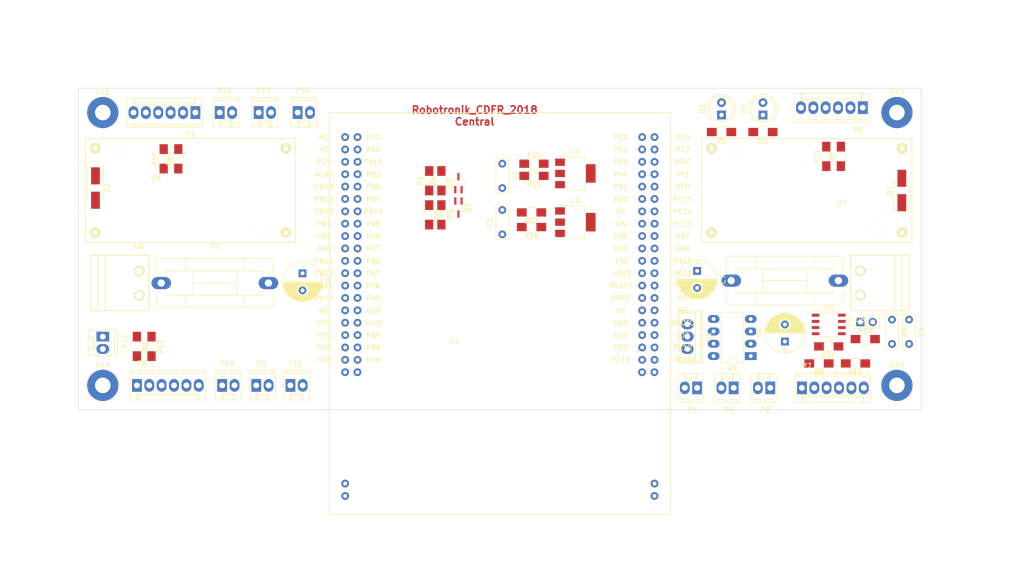
<source format=kicad_pcb>
(kicad_pcb (version 4) (host pcbnew 4.0.7)
  (layers (0 F.Cu signal) (31 B.Cu signal) (34 B.Paste user) (35 F.Paste user) (36 B.SilkS user) (37 F.SilkS user) (38 B.Mask user) (39 F.Mask user) (44 Edge.Cuts user))
  (net 0 "")
  (net 1 +5V)
  (net 2 GND)
  (net 3 +2.8V)
  (net 4 "Net-(C3-Pad1)")
  (net 5 "Net-(C4-Pad1)")
  (net 6 "Net-(C4-Pad2)")
  (net 7 BATT)
  (net 8 "Net-(D2-Pad1)")
  (net 9 "Net-(D3-Pad2)")
  (net 10 "Net-(D4-Pad2)")
  (net 11 "Net-(F1-Pad1)")
  (net 12 "Net-(F2-Pad1)")
  (net 13 "Net-(P1-Pad1)")
  (net 14 "Net-(P1-Pad2)")
  (net 15 "Net-(P1-Pad3)")
  (net 16 "Net-(P1-Pad4)")
  (net 17 "Net-(P2-Pad1)")
  (net 18 "Net-(P2-Pad2)")
  (net 19 "Net-(P4-Pad1)")
  (net 20 "Net-(P5-Pad2)")
  (net 21 "Net-(P6-Pad1)")
  (net 22 "Net-(P6-Pad3)")
  (net 23 "Net-(P7-Pad1)")
  (net 24 "Net-(P7-Pad3)")
  (net 25 "Net-(P8-Pad1)")
  (net 26 "Net-(P8-Pad3)")
  (net 27 "Net-(P9-Pad1)")
  (net 28 "Net-(P10-Pad1)")
  (net 29 /Power/Rasp_power)
  (net 30 /Pince_TX)
  (net 31 /Pince_RX)
  (net 32 /Position_TX)
  (net 33 /Position_RX)
  (net 34 RASP_TX)
  (net 35 RASP_RX)
  (net 36 I2C_Free_SCL)
  (net 37 I2C_Free_SDA)
  (net 38 "Net-(Q1-Pad1)")
  (net 39 +3V3)
  (net 40 I2C_TOF_SDA)
  (net 41 I2C_TOF_SCL)
  (net 42 "Net-(R5-Pad2)")
  (net 43 "Net-(R6-Pad2)")
  (net 44 "Net-(R15-Pad1)")
  (net 45 +9V)
  (net 46 "Net-(R17-Pad1)")
  (net 47 "Net-(R19-Pad1)")
  (module Resistors_SMD:R_1206_HandSoldering (layer F.Cu) (at 218 124.5 180)
    (fp_text reference R8 (at 0 -1.85 180) (layer F.SilkS))
    (fp_text value 47kR)
    (pad 1 smd rect (at -2 0 180) (size 2 1.7) (layers F.Cu F.Paste F.Mask) (net 3 +2.8V))
    (pad 2 smd rect (at 2 0 180) (size 2 1.7) (layers F.Cu F.Paste F.Mask) (net 23 "Net-(P7-Pad1)"))
  )
  (module Connectors_Molex:Molex_KK-6410-02_02x2.54mm_Straight (layer F.Cu) (at 200.5 129.5 180)
    (fp_text reference P4 (at 1 -4.5 180) (layer F.SilkS))
    (fp_text value CONN_jacky_led)
    (pad 1 thru_hole rect (at 0 0 180) (size 2 2.6) (drill 1.2) (layers *.Cu *.Mask) (net 19 "Net-(P4-Pad1)"))
    (pad 2 thru_hole oval (at 2.54 0 180) (size 2 2.6) (drill 1.2) (layers *.Cu *.Mask) (net 2 GND))
  )
  (module Mounting_Holes:MountingHole_3.2mm_M3_Pad (layer F.Cu) (at 234 129)
    (fp_text reference U10 (at 0 -4.2) (layer F.SilkS))
    (fp_text value trou-d3mm)
    (pad 1 thru_hole circle (at 0 0) (size 6.4 6.4) (drill 3.2) (layers *.Cu *.Mask) (net 2 GND))
  )
  (module Nucleo_64:Nucleo-64 (layer F.Cu) (at 187.5 73 180)
    (fp_text reference U1 (at 44.45 -46.99 180) (layer F.SilkS))
    (fp_text value Nucleo-64)
    (fp_text user NC (at 71.12 -5.08 180) (layer F.SilkS))
    (fp_text user NC (at 71.12 -7.62 180) (layer F.SilkS))
    (fp_text user PC4 (at 71.12 -10.16 180) (layer F.SilkS))
    (fp_text user AGND (at 71.12 -12.7 180) (layer F.SilkS))
    (fp_text user PB13 (at 71.12 -15.24 180) (layer F.SilkS))
    (fp_text user PB14 (at 71.12 -17.78 180) (layer F.SilkS))
    (fp_text user PB15 (at 71.12 -20.32 180) (layer F.SilkS))
    (fp_text user PB1 (at 71.12 -22.86 180) (layer F.SilkS))
    (fp_text user PB2 (at 71.12 -25.4 180) (layer F.SilkS))
    (fp_text user GND (at 71.12 -27.94 180) (layer F.SilkS))
    (fp_text user PB11 (at 71.12 -30.48 180) (layer F.SilkS))
    (fp_text user PB12 (at 71.12 -33.02 180) (layer F.SilkS))
    (fp_text user PA11 (at 71.12 -35.56 180) (layer F.SilkS))
    (fp_text user PA12 (at 71.12 -38.1 180) (layer F.SilkS))
    (fp_text user NC (at 71.12 -40.64 180) (layer F.SilkS))
    (fp_text user U5V (at 71.12 -43.18 180) (layer F.SilkS))
    (fp_text user PC5 (at 71.12 -45.72 180) (layer F.SilkS))
    (fp_text user PC6 (at 71.12 -48.26 180) (layer F.SilkS))
    (fp_text user PC8 (at 71.12 -50.8 180) (layer F.SilkS))
    (fp_text user PA3 (at 60.96 -5.08 180) (layer F.SilkS))
    (fp_text user PA2 (at 60.96 -7.62 180) (layer F.SilkS))
    (fp_text user PA10 (at 60.96 -10.16 180) (layer F.SilkS))
    (fp_text user PB3 (at 60.96 -12.7 180) (layer F.SilkS))
    (fp_text user PB5 (at 60.96 -15.24 180) (layer F.SilkS))
    (fp_text user PB4 (at 60.96 -17.78 180) (layer F.SilkS))
    (fp_text user PB10 (at 60.96 -20.32 180) (layer F.SilkS))
    (fp_text user PA8 (at 60.96 -22.86 180) (layer F.SilkS))
    (fp_text user PA9 (at 60.96 -25.4 180) (layer F.SilkS))
    (fp_text user PC7 (at 60.96 -27.94 180) (layer F.SilkS))
    (fp_text user PB6 (at 60.96 -30.48 180) (layer F.SilkS))
    (fp_text user PA7 (at 60.96 -33.02 180) (layer F.SilkS))
    (fp_text user PA6 (at 60.96 -35.56 180) (layer F.SilkS))
    (fp_text user PA5 (at 60.96 -38.1 180) (layer F.SilkS))
    (fp_text user GND (at 60.96 -40.64 180) (layer F.SilkS))
    (fp_text user AVDD (at 60.96 -43.18 180) (layer F.SilkS))
    (fp_text user PB9 (at 60.96 -45.72 180) (layer F.SilkS))
    (fp_text user PB8 (at 60.96 -48.26 180) (layer F.SilkS))
    (fp_text user PC9 (at 60.96 -50.8 180) (layer F.SilkS))
    (fp_text user PC0 (at 10.16 -5.08 180) (layer F.SilkS))
    (fp_text user PC1 (at 10.16 -7.62 180) (layer F.SilkS))
    (fp_text user PB0 (at 10.16 -10.16 180) (layer F.SilkS))
    (fp_text user PA4 (at 10.16 -12.7 180) (layer F.SilkS))
    (fp_text user PA1 (at 10.16 -15.24 180) (layer F.SilkS))
    (fp_text user PAO (at 10.16 -17.78 180) (layer F.SilkS))
    (fp_text user NC (at 10.16 -20.32 180) (layer F.SilkS))
    (fp_text user VIN (at 10.16 -22.86 180) (layer F.SilkS))
    (fp_text user GND (at 10.16 -25.4 180) (layer F.SilkS))
    (fp_text user GND (at 10.16 -27.94 180) (layer F.SilkS))
    (fp_text user +5V (at 10.16 -30.48 180) (layer F.SilkS))
    (fp_text user +3V3 (at 10.16 -33.02 180) (layer F.SilkS))
    (fp_text user RESET (at 10.16 -35.56 180) (layer F.SilkS))
    (fp_text user IOREF (at 10.16 -38.1 180) (layer F.SilkS))
    (fp_text user NC (at 10.16 -40.64 180) (layer F.SilkS))
    (fp_text user GND (at 10.16 -43.18 180) (layer F.SilkS))
    (fp_text user E5V (at 10.16 -45.72 180) (layer F.SilkS))
    (fp_text user PD2 (at 10.16 -48.26 180) (layer F.SilkS))
    (fp_text user PC11 (at 10.16 -50.8 180) (layer F.SilkS))
    (fp_text user PC3 (at -2.54 -5.08 180) (layer F.SilkS))
    (fp_text user PC2 (at -2.54 -7.62 180) (layer F.SilkS))
    (fp_text user VBAT (at -2.54 -10.16 180) (layer F.SilkS))
    (fp_text user PF1 (at -2.54 -12.7 180) (layer F.SilkS))
    (fp_text user PF0 (at -2.54 -15.24 180) (layer F.SilkS))
    (fp_text user PC15 (at -2.54 -17.78 180) (layer F.SilkS))
    (fp_text user PC14 (at -2.54 -20.32 180) (layer F.SilkS))
    (fp_text user PC13 (at -2.54 -22.86 180) (layer F.SilkS))
    (fp_text user PB7 (at -2.54 -25.4 180) (layer F.SilkS))
    (fp_text user GND (at -2.54 -27.94 180) (layer F.SilkS))
    (fp_text user PA15 (at -2.54 -30.48 180) (layer F.SilkS))
    (fp_text user PA14 (at -2.54 -33.02 180) (layer F.SilkS))
    (fp_text user PA13 (at -2.54 -35.56 180) (layer F.SilkS))
    (fp_text user NC (at -2.54 -38.1 180) (layer F.SilkS))
    (fp_text user NC (at -2.54 -40.64 180) (layer F.SilkS))
    (fp_text user BOOTO (at -2.54 -43.18 180) (layer F.SilkS))
    (fp_text user VDD (at -2.54 -45.72 180) (layer F.SilkS))
    (fp_text user PC12 (at -2.54 -48.26 180) (layer F.SilkS))
    (fp_text user PC10 (at -2.54 -50.8 180) (layer F.SilkS))
    (pad 1 thru_hole circle (at 3.25 -5.04 180) (size 1.6 1.6) (drill 0.8) (layers *.Cu *.Mask))
    (pad 21 thru_hole circle (at 5.79 -5.04 180) (size 1.6 1.6) (drill 0.8) (layers *.Cu *.Mask))
    (pad 2 thru_hole circle (at 3.25 -7.58 180) (size 1.6 1.6) (drill 0.8) (layers *.Cu *.Mask))
    (pad 3 thru_hole circle (at 3.25 -10.12 180) (size 1.6 1.6) (drill 0.8) (layers *.Cu *.Mask))
    (pad 4 thru_hole circle (at 3.25 -12.66 180) (size 1.6 1.6) (drill 0.8) (layers *.Cu *.Mask))
    (pad 5 thru_hole circle (at 3.25 -15.2 180) (size 1.6 1.6) (drill 0.8) (layers *.Cu *.Mask))
    (pad 6 thru_hole circle (at 3.25 -17.74 180) (size 1.6 1.6) (drill 0.8) (layers *.Cu *.Mask))
    (pad 7 thru_hole circle (at 3.25 -20.28 180) (size 1.6 1.6) (drill 0.8) (layers *.Cu *.Mask))
    (pad 8 thru_hole circle (at 3.25 -22.82 180) (size 1.6 1.6) (drill 0.8) (layers *.Cu *.Mask))
    (pad 9 thru_hole circle (at 3.25 -25.36 180) (size 1.6 1.6) (drill 0.8) (layers *.Cu *.Mask) (net 37 I2C_Free_SDA))
    (pad 10 thru_hole circle (at 3.25 -27.9 180) (size 1.6 1.6) (drill 0.8) (layers *.Cu *.Mask) (net 2 GND))
    (pad 11 thru_hole circle (at 3.25 -30.44 180) (size 1.6 1.6) (drill 0.8) (layers *.Cu *.Mask))
    (pad 12 thru_hole circle (at 3.25 -32.98 180) (size 1.6 1.6) (drill 0.8) (layers *.Cu *.Mask))
    (pad 13 thru_hole circle (at 3.25 -35.52 180) (size 1.6 1.6) (drill 0.8) (layers *.Cu *.Mask))
    (pad 14 thru_hole circle (at 3.25 -38.06 180) (size 1.6 1.6) (drill 0.8) (layers *.Cu *.Mask))
    (pad 15 thru_hole circle (at 3.25 -40.6 180) (size 1.6 1.6) (drill 0.8) (layers *.Cu *.Mask))
    (pad 16 thru_hole circle (at 3.25 -43.14 180) (size 1.6 1.6) (drill 0.8) (layers *.Cu *.Mask))
    (pad 17 thru_hole circle (at 3.25 -45.68 180) (size 1.6 1.6) (drill 0.8) (layers *.Cu *.Mask) (net 39 +3V3))
    (pad 18 thru_hole circle (at 3.25 -48.22 180) (size 1.6 1.6) (drill 0.8) (layers *.Cu *.Mask))
    (pad 19 thru_hole circle (at 3.25 -50.76 180) (size 1.6 1.6) (drill 0.8) (layers *.Cu *.Mask))
    (pad 22 thru_hole circle (at 5.79 -7.58 180) (size 1.6 1.6) (drill 0.8) (layers *.Cu *.Mask))
    (pad 23 thru_hole circle (at 5.79 -10.12 180) (size 1.6 1.6) (drill 0.8) (layers *.Cu *.Mask))
    (pad 24 thru_hole circle (at 5.79 -12.66 180) (size 1.6 1.6) (drill 0.8) (layers *.Cu *.Mask))
    (pad 25 thru_hole circle (at 5.79 -15.2 180) (size 1.6 1.6) (drill 0.8) (layers *.Cu *.Mask))
    (pad 26 thru_hole circle (at 5.79 -17.74 180) (size 1.6 1.6) (drill 0.8) (layers *.Cu *.Mask))
    (pad 27 thru_hole circle (at 5.79 -20.28 180) (size 1.6 1.6) (drill 0.8) (layers *.Cu *.Mask))
    (pad 28 thru_hole circle (at 5.79 -22.82 180) (size 1.6 1.6) (drill 0.8) (layers *.Cu *.Mask))
    (pad 29 thru_hole circle (at 5.79 -25.36 180) (size 1.6 1.6) (drill 0.8) (layers *.Cu *.Mask) (net 2 GND))
    (pad 30 thru_hole circle (at 5.79 -27.9 180) (size 1.6 1.6) (drill 0.8) (layers *.Cu *.Mask) (net 2 GND))
    (pad 31 thru_hole circle (at 5.79 -30.44 180) (size 1.6 1.6) (drill 0.8) (layers *.Cu *.Mask))
    (pad 32 thru_hole circle (at 5.79 -32.98 180) (size 1.6 1.6) (drill 0.8) (layers *.Cu *.Mask) (net 39 +3V3))
    (pad 33 thru_hole circle (at 5.79 -35.52 180) (size 1.6 1.6) (drill 0.8) (layers *.Cu *.Mask))
    (pad 34 thru_hole circle (at 5.79 -38.06 180) (size 1.6 1.6) (drill 0.8) (layers *.Cu *.Mask))
    (pad 35 thru_hole circle (at 5.79 -40.6 180) (size 1.6 1.6) (drill 0.8) (layers *.Cu *.Mask))
    (pad 36 thru_hole circle (at 5.79 -43.14 180) (size 1.6 1.6) (drill 0.8) (layers *.Cu *.Mask) (net 2 GND))
    (pad 37 thru_hole circle (at 5.79 -45.68 180) (size 1.6 1.6) (drill 0.8) (layers *.Cu *.Mask) (net 1 +5V))
    (pad 38 thru_hole circle (at 5.79 -48.22 180) (size 1.6 1.6) (drill 0.8) (layers *.Cu *.Mask))
    (pad 39 thru_hole circle (at 5.79 -50.76 180) (size 1.6 1.6) (drill 0.8) (layers *.Cu *.Mask))
    (pad 41 thru_hole circle (at 66.75 -5.04 180) (size 1.6 1.6) (drill 0.8) (layers *.Cu *.Mask))
    (pad 61 thru_hole circle (at 64.21 -5.04 180) (size 1.6 1.6) (drill 0.8) (layers *.Cu *.Mask) (net 33 /Position_RX))
    (pad 42 thru_hole circle (at 66.75 -7.58 180) (size 1.6 1.6) (drill 0.8) (layers *.Cu *.Mask))
    (pad 43 thru_hole circle (at 66.75 -10.12 180) (size 1.6 1.6) (drill 0.8) (layers *.Cu *.Mask))
    (pad 44 thru_hole circle (at 66.75 -12.66 180) (size 1.6 1.6) (drill 0.8) (layers *.Cu *.Mask) (net 2 GND))
    (pad 45 thru_hole circle (at 66.75 -15.2 180) (size 1.6 1.6) (drill 0.8) (layers *.Cu *.Mask))
    (pad 46 thru_hole circle (at 66.75 -17.74 180) (size 1.6 1.6) (drill 0.8) (layers *.Cu *.Mask))
    (pad 47 thru_hole circle (at 66.75 -20.28 180) (size 1.6 1.6) (drill 0.8) (layers *.Cu *.Mask))
    (pad 48 thru_hole circle (at 66.75 -22.82 180) (size 1.6 1.6) (drill 0.8) (layers *.Cu *.Mask))
    (pad 49 thru_hole circle (at 66.75 -25.36 180) (size 1.6 1.6) (drill 0.8) (layers *.Cu *.Mask))
    (pad 50 thru_hole circle (at 66.75 -27.9 180) (size 1.6 1.6) (drill 0.8) (layers *.Cu *.Mask) (net 2 GND))
    (pad 51 thru_hole circle (at 66.75 -30.44 180) (size 1.6 1.6) (drill 0.8) (layers *.Cu *.Mask))
    (pad 52 thru_hole circle (at 66.75 -32.98 180) (size 1.6 1.6) (drill 0.8) (layers *.Cu *.Mask))
    (pad 53 thru_hole circle (at 66.75 -35.52 180) (size 1.6 1.6) (drill 0.8) (layers *.Cu *.Mask) (net 30 /Pince_TX))
    (pad 54 thru_hole circle (at 66.75 -38.06 180) (size 1.6 1.6) (drill 0.8) (layers *.Cu *.Mask) (net 31 /Pince_RX))
    (pad 55 thru_hole circle (at 66.75 -40.6 180) (size 1.6 1.6) (drill 0.8) (layers *.Cu *.Mask))
    (pad 56 thru_hole circle (at 66.75 -43.14 180) (size 1.6 1.6) (drill 0.8) (layers *.Cu *.Mask))
    (pad 57 thru_hole circle (at 66.75 -45.68 180) (size 1.6 1.6) (drill 0.8) (layers *.Cu *.Mask))
    (pad 58 thru_hole circle (at 66.75 -48.22 180) (size 1.6 1.6) (drill 0.8) (layers *.Cu *.Mask) (net 28 "Net-(P10-Pad1)"))
    (pad 59 thru_hole circle (at 66.75 -50.76 180) (size 1.6 1.6) (drill 0.8) (layers *.Cu *.Mask) (net 27 "Net-(P9-Pad1)"))
    (pad 79 thru_hole circle (at 64.21 -50.76 180) (size 1.6 1.6) (drill 0.8) (layers *.Cu *.Mask))
    (pad 78 thru_hole circle (at 64.21 -48.22 180) (size 1.6 1.6) (drill 0.8) (layers *.Cu *.Mask))
    (pad 77 thru_hole circle (at 64.21 -45.68 180) (size 1.6 1.6) (drill 0.8) (layers *.Cu *.Mask))
    (pad 76 thru_hole circle (at 64.21 -43.14 180) (size 1.6 1.6) (drill 0.8) (layers *.Cu *.Mask))
    (pad 75 thru_hole circle (at 64.21 -40.6 180) (size 1.6 1.6) (drill 0.8) (layers *.Cu *.Mask) (net 2 GND))
    (pad 74 thru_hole circle (at 64.21 -38.06 180) (size 1.6 1.6) (drill 0.8) (layers *.Cu *.Mask))
    (pad 73 thru_hole circle (at 64.21 -35.52 180) (size 1.6 1.6) (drill 0.8) (layers *.Cu *.Mask) (net 42 "Net-(R5-Pad2)"))
    (pad 72 thru_hole circle (at 64.21 -32.98 180) (size 1.6 1.6) (drill 0.8) (layers *.Cu *.Mask) (net 43 "Net-(R6-Pad2)"))
    (pad 71 thru_hole circle (at 64.21 -30.44 180) (size 1.6 1.6) (drill 0.8) (layers *.Cu *.Mask) (net 36 I2C_Free_SCL))
    (pad 70 thru_hole circle (at 64.21 -27.9 180) (size 1.6 1.6) (drill 0.8) (layers *.Cu *.Mask))
    (pad 69 thru_hole circle (at 64.21 -25.36 180) (size 1.6 1.6) (drill 0.8) (layers *.Cu *.Mask) (net 34 RASP_TX))
    (pad 68 thru_hole circle (at 64.21 -22.82 180) (size 1.6 1.6) (drill 0.8) (layers *.Cu *.Mask) (net 41 I2C_TOF_SCL))
    (pad 67 thru_hole circle (at 64.21 -20.28 180) (size 1.6 1.6) (drill 0.8) (layers *.Cu *.Mask))
    (pad 66 thru_hole circle (at 64.21 -17.74 180) (size 1.6 1.6) (drill 0.8) (layers *.Cu *.Mask) (net 40 I2C_TOF_SDA))
    (pad 65 thru_hole circle (at 64.21 -15.2 180) (size 1.6 1.6) (drill 0.8) (layers *.Cu *.Mask))
    (pad 64 thru_hole circle (at 64.21 -12.66 180) (size 1.6 1.6) (drill 0.8) (layers *.Cu *.Mask))
    (pad 63 thru_hole circle (at 64.21 -10.12 180) (size 1.6 1.6) (drill 0.8) (layers *.Cu *.Mask) (net 35 RASP_RX))
    (pad 62 thru_hole circle (at 64.21 -7.58 180) (size 1.6 1.6) (drill 0.8) (layers *.Cu *.Mask) (net 32 /Position_TX))
    (pad 83 thru_hole circle (at 3.25 -78.7 180) (size 1.6 1.6) (drill 0.8) (layers *.Cu *.Mask))
    (pad 84 thru_hole circle (at 3.25 -76.16 180) (size 1.6 1.6) (drill 0.8) (layers *.Cu *.Mask))
    (pad 82 thru_hole circle (at 66.75 -78.7 180) (size 1.6 1.6) (drill 0.8) (layers *.Cu *.Mask))
    (pad 81 thru_hole circle (at 66.75 -76.16 180) (size 1.6 1.6) (drill 0.8) (layers *.Cu *.Mask))
    (pad 20 thru_hole circle (at 3.27 -53.3 180) (size 1.6 1.6) (drill 0.8) (layers *.Cu *.Mask))
    (pad 40 thru_hole circle (at 5.81 -53.3 180) (size 1.6 1.6) (drill 0.8) (layers *.Cu *.Mask))
    (pad 80 thru_hole circle (at 64.23 -53.3 180) (size 1.6 1.6) (drill 0.8) (layers *.Cu *.Mask))
    (pad 60 thru_hole circle (at 66.77 -53.3 180) (size 1.6 1.6) (drill 0.8) (layers *.Cu *.Mask))
  )
  (module Capacitors_THT:C_Rect_L7.0mm_W2.5mm_P5.00mm (layer F.Cu) (at 153 98 90)
    (fp_text reference C1 (at 2.5 -2.56 90) (layer F.SilkS))
    (fp_text value 1uC)
    (pad 1 thru_hole circle (at 0 0 90) (size 1.6 1.6) (drill 0.8) (layers *.Cu *.Mask) (net 1 +5V))
    (pad 2 thru_hole circle (at 5 0 90) (size 1.6 1.6) (drill 0.8) (layers *.Cu *.Mask) (net 2 GND))
  )
  (module Capacitors_THT:C_Rect_L7.0mm_W2.5mm_P5.00mm (layer F.Cu) (at 153 83.5 270)
    (fp_text reference C2 (at 2.5 -2.56 270) (layer F.SilkS))
    (fp_text value 1uC)
    (pad 1 thru_hole circle (at 0 0 270) (size 1.6 1.6) (drill 0.8) (layers *.Cu *.Mask) (net 3 +2.8V))
    (pad 2 thru_hole circle (at 5 0 270) (size 1.6 1.6) (drill 0.8) (layers *.Cu *.Mask) (net 2 GND))
  )
  (module Capacitors_THT:CP_Radial_D8.0mm_P3.50mm (layer F.Cu) (at 193 105.5 270)
    (fp_text reference C7 (at 1.75 -5.31 270) (layer F.SilkS))
    (fp_text value CP)
    (pad 1 thru_hole rect (at 0 0 270) (size 1.6 1.6) (drill 0.8) (layers *.Cu *.Mask) (net 1 +5V))
    (pad 2 thru_hole circle (at 3.5 0 270) (size 1.6 1.6) (drill 0.8) (layers *.Cu *.Mask) (net 2 GND))
  )
  (module Diodes_SMD:D_SMA_Handsoldering (layer F.Cu) (at 235 89 90)
    (fp_text reference D1 (at 0 -2.5 90) (layer F.SilkS))
    (fp_text value D)
    (pad 1 smd rect (at -2.5 0 90) (size 3.5 1.8) (layers F.Cu F.Paste F.Mask) (net 7 BATT))
    (pad 2 smd rect (at 2.5 0 90) (size 3.5 1.8) (layers F.Cu F.Paste F.Mask) (net 2 GND))
  )
  (module Diodes_SMD:D_SMA_Handsoldering (layer F.Cu) (at 69.5 88.5 270)
    (fp_text reference D2 (at 0 -2.5 270) (layer F.SilkS))
    (fp_text value D)
    (pad 1 smd rect (at -2.5 0 270) (size 3.5 1.8) (layers F.Cu F.Paste F.Mask) (net 8 "Net-(D2-Pad1)"))
    (pad 2 smd rect (at 2.5 0 270) (size 3.5 1.8) (layers F.Cu F.Paste F.Mask) (net 2 GND))
  )
  (module LEDs:LED_D5.0mm (layer F.Cu) (at 198 73.5 90)
    (fp_text reference D3 (at 1.27 -3.96 90) (layer F.SilkS))
    (fp_text value LED_Red)
    (pad 1 thru_hole rect (at 0 0 90) (size 1.8 1.8) (drill 0.9) (layers *.Cu *.Mask) (net 2 GND))
    (pad 2 thru_hole circle (at 2.54 0 90) (size 1.8 1.8) (drill 0.9) (layers *.Cu *.Mask) (net 9 "Net-(D3-Pad2)"))
  )
  (module LEDs:LED_D5.0mm (layer F.Cu) (at 206.5 73.5 90)
    (fp_text reference D4 (at 1.27 -3.96 90) (layer F.SilkS))
    (fp_text value LED_Green)
    (pad 1 thru_hole rect (at 0 0 90) (size 1.8 1.8) (drill 0.9) (layers *.Cu *.Mask) (net 2 GND))
    (pad 2 thru_hole circle (at 2.54 0 90) (size 1.8 1.8) (drill 0.9) (layers *.Cu *.Mask) (net 10 "Net-(D4-Pad2)"))
  )
  (module Fuse_Holders_and_Fuses:Fuseholder5x20_horiz_SemiClosed_Casing10x25mm (layer F.Cu) (at 222 107.5 180)
    (fp_text reference F1 (at 11 -7.62 180) (layer F.SilkS))
    (fp_text value FUSE)
    (pad 2 thru_hole oval (at 22 0 90) (size 2.5 4) (drill 1.5) (layers *.Cu *.Mask) (net 7 BATT))
    (pad 1 thru_hole oval (at 0 0 90) (size 2.5 4) (drill 1.5) (layers *.Cu *.Mask) (net 11 "Net-(F1-Pad1)"))
  )
  (module Fuse_Holders_and_Fuses:Fuseholder5x20_horiz_SemiClosed_Casing10x25mm (layer F.Cu) (at 83 108)
    (fp_text reference F2 (at 11 -7.62) (layer F.SilkS))
    (fp_text value FUSE)
    (pad 2 thru_hole oval (at 22 0 270) (size 2.5 4) (drill 1.5) (layers *.Cu *.Mask) (net 8 "Net-(D2-Pad1)"))
    (pad 1 thru_hole oval (at 0 0 270) (size 2.5 4) (drill 1.5) (layers *.Cu *.Mask) (net 12 "Net-(F2-Pad1)"))
  )
  (module Connectors_Molex:Molex_KK-6410-06_06x2.54mm_Straight (layer F.Cu) (at 90 73 180)
    (fp_text reference P1 (at 1 -4.5 180) (layer F.SilkS))
    (fp_text value CONN_02X03)
    (pad 1 thru_hole rect (at 0 0 180) (size 2 2.6) (drill 1.2) (layers *.Cu *.Mask) (net 13 "Net-(P1-Pad1)"))
    (pad 2 thru_hole oval (at 2.54 0 180) (size 2 2.6) (drill 1.2) (layers *.Cu *.Mask) (net 14 "Net-(P1-Pad2)"))
    (pad 3 thru_hole oval (at 5.08 0 180) (size 2 2.6) (drill 1.2) (layers *.Cu *.Mask) (net 15 "Net-(P1-Pad3)"))
    (pad 4 thru_hole oval (at 7.62 0 180) (size 2 2.6) (drill 1.2) (layers *.Cu *.Mask) (net 16 "Net-(P1-Pad4)"))
    (pad 5 thru_hole oval (at 10.16 0 180) (size 2 2.6) (drill 1.2) (layers *.Cu *.Mask) (net 3 +2.8V))
    (pad 6 thru_hole oval (at 12.7 0 180) (size 2 2.6) (drill 1.2) (layers *.Cu *.Mask) (net 2 GND))
  )
  (module Connectors_Molex:Molex_KK-6410-02_02x2.54mm_Straight (layer F.Cu) (at 208 129.5 180)
    (fp_text reference P2 (at 1 -4.5 180) (layer F.SilkS))
    (fp_text value CONN_Speaker)
    (pad 1 thru_hole rect (at 0 0 180) (size 2 2.6) (drill 1.2) (layers *.Cu *.Mask) (net 17 "Net-(P2-Pad1)"))
    (pad 2 thru_hole oval (at 2.54 0 180) (size 2 2.6) (drill 1.2) (layers *.Cu *.Mask) (net 18 "Net-(P2-Pad2)"))
  )
  (module Pin_Headers:Pin_Header_Straight_1x02_Pitch2.54mm (layer F.Cu) (at 226.5 116 90)
    (fp_text reference P3 (at 0 -2.33 90) (layer F.SilkS))
    (fp_text value CONN_jack)
    (pad 1 thru_hole rect (at 0 0 90) (size 1.7 1.7) (drill 1) (layers *.Cu *.Mask) (net 2 GND))
    (pad 2 thru_hole oval (at 0 2.54 90) (size 1.7 1.7) (drill 1) (layers *.Cu *.Mask) (net 6 "Net-(C4-Pad2)"))
  )
  (module Connectors_Molex:Molex_KK-6410-02_02x2.54mm_Straight (layer F.Cu) (at 193 129.5 180)
    (fp_text reference P5 (at 1 -4.5 180) (layer F.SilkS))
    (fp_text value CONN_LED)
    (pad 1 thru_hole rect (at 0 0 180) (size 2 2.6) (drill 1.2) (layers *.Cu *.Mask) (net 1 +5V))
    (pad 2 thru_hole oval (at 2.54 0 180) (size 2 2.6) (drill 1.2) (layers *.Cu *.Mask) (net 20 "Net-(P5-Pad2)"))
  )
  (module Connectors_Molex:Molex_KK-6410-06_06x2.54mm_Straight (layer F.Cu) (at 227 72 180)
    (fp_text reference P6 (at 1 -4.5 180) (layer F.SilkS))
    (fp_text value CONN_02X03)
    (pad 1 thru_hole rect (at 0 0 180) (size 2 2.6) (drill 1.2) (layers *.Cu *.Mask) (net 21 "Net-(P6-Pad1)"))
    (pad 2 thru_hole oval (at 2.54 0 180) (size 2 2.6) (drill 1.2) (layers *.Cu *.Mask) (net 14 "Net-(P1-Pad2)"))
    (pad 3 thru_hole oval (at 5.08 0 180) (size 2 2.6) (drill 1.2) (layers *.Cu *.Mask) (net 22 "Net-(P6-Pad3)"))
    (pad 4 thru_hole oval (at 7.62 0 180) (size 2 2.6) (drill 1.2) (layers *.Cu *.Mask) (net 16 "Net-(P1-Pad4)"))
    (pad 5 thru_hole oval (at 10.16 0 180) (size 2 2.6) (drill 1.2) (layers *.Cu *.Mask) (net 3 +2.8V))
    (pad 6 thru_hole oval (at 12.7 0 180) (size 2 2.6) (drill 1.2) (layers *.Cu *.Mask) (net 2 GND))
  )
  (module Connectors_Molex:Molex_KK-6410-06_06x2.54mm_Straight (layer F.Cu) (at 214.5 129.5)
    (fp_text reference P7 (at 1 -4.5) (layer F.SilkS))
    (fp_text value CONN_02X03)
    (pad 1 thru_hole rect (at 0 0) (size 2 2.6) (drill 1.2) (layers *.Cu *.Mask) (net 23 "Net-(P7-Pad1)"))
    (pad 2 thru_hole oval (at 2.54 0) (size 2 2.6) (drill 1.2) (layers *.Cu *.Mask) (net 14 "Net-(P1-Pad2)"))
    (pad 3 thru_hole oval (at 5.08 0) (size 2 2.6) (drill 1.2) (layers *.Cu *.Mask) (net 24 "Net-(P7-Pad3)"))
    (pad 4 thru_hole oval (at 7.62 0) (size 2 2.6) (drill 1.2) (layers *.Cu *.Mask) (net 16 "Net-(P1-Pad4)"))
    (pad 5 thru_hole oval (at 10.16 0) (size 2 2.6) (drill 1.2) (layers *.Cu *.Mask) (net 3 +2.8V))
    (pad 6 thru_hole oval (at 12.7 0) (size 2 2.6) (drill 1.2) (layers *.Cu *.Mask) (net 2 GND))
  )
  (module Connectors_Molex:Molex_KK-6410-06_06x2.54mm_Straight (layer F.Cu) (at 78 129)
    (fp_text reference P8 (at 1 -4.5) (layer F.SilkS))
    (fp_text value CONN_02X03)
    (pad 1 thru_hole rect (at 0 0) (size 2 2.6) (drill 1.2) (layers *.Cu *.Mask) (net 25 "Net-(P8-Pad1)"))
    (pad 2 thru_hole oval (at 2.54 0) (size 2 2.6) (drill 1.2) (layers *.Cu *.Mask) (net 14 "Net-(P1-Pad2)"))
    (pad 3 thru_hole oval (at 5.08 0) (size 2 2.6) (drill 1.2) (layers *.Cu *.Mask) (net 26 "Net-(P8-Pad3)"))
    (pad 4 thru_hole oval (at 7.62 0) (size 2 2.6) (drill 1.2) (layers *.Cu *.Mask) (net 16 "Net-(P1-Pad4)"))
    (pad 5 thru_hole oval (at 10.16 0) (size 2 2.6) (drill 1.2) (layers *.Cu *.Mask) (net 3 +2.8V))
    (pad 6 thru_hole oval (at 12.7 0) (size 2 2.6) (drill 1.2) (layers *.Cu *.Mask) (net 2 GND))
  )
  (module Connectors_Molex:Molex_KK-6410-02_02x2.54mm_Straight (layer F.Cu) (at 102.5 129)
    (fp_text reference P9 (at 1 -4.5) (layer F.SilkS))
    (fp_text value CONN_jack_start)
    (pad 1 thru_hole rect (at 0 0) (size 2 2.6) (drill 1.2) (layers *.Cu *.Mask) (net 27 "Net-(P9-Pad1)"))
    (pad 2 thru_hole oval (at 2.54 0) (size 2 2.6) (drill 1.2) (layers *.Cu *.Mask) (net 2 GND))
  )
  (module Connectors_Molex:Molex_KK-6410-02_02x2.54mm_Straight (layer F.Cu) (at 95.5 129)
    (fp_text reference P10 (at 1 -4.5) (layer F.SilkS))
    (fp_text value CONN_Selec)
    (pad 1 thru_hole rect (at 0 0) (size 2 2.6) (drill 1.2) (layers *.Cu *.Mask) (net 28 "Net-(P10-Pad1)"))
    (pad 2 thru_hole oval (at 2.54 0) (size 2 2.6) (drill 1.2) (layers *.Cu *.Mask) (net 2 GND))
  )
  (module Connectors_Molex:Molex_KK-6410-02_02x2.54mm_Straight (layer F.Cu) (at 95 73)
    (fp_text reference P11 (at 1 -4.5) (layer F.SilkS))
    (fp_text value CONN_01X02)
    (pad 1 thru_hole rect (at 0 0) (size 2 2.6) (drill 1.2) (layers *.Cu *.Mask) (net 29 /Power/Rasp_power))
    (pad 2 thru_hole oval (at 2.54 0) (size 2 2.6) (drill 1.2) (layers *.Cu *.Mask) (net 2 GND))
  )
  (module Connectors_Molex:Molex_KK-6410-02_02x2.54mm_Straight (layer F.Cu) (at 71 119 270)
    (fp_text reference P12 (at 1 -4.5 270) (layer F.SilkS))
    (fp_text value CONN_01X02)
    (pad 1 thru_hole rect (at 0 0 270) (size 2 2.6) (drill 1.2) (layers *.Cu *.Mask) (net 30 /Pince_TX))
    (pad 2 thru_hole oval (at 2.54 0 270) (size 2 2.6) (drill 1.2) (layers *.Cu *.Mask) (net 31 /Pince_RX))
  )
  (module Connectors_Molex:Molex_KK-6410-02_02x2.54mm_Straight (layer F.Cu) (at 103 73)
    (fp_text reference P13 (at 1 -4.5) (layer F.SilkS))
    (fp_text value CONN_01X02)
    (pad 1 thru_hole rect (at 0 0) (size 2 2.6) (drill 1.2) (layers *.Cu *.Mask) (net 32 /Position_TX))
    (pad 2 thru_hole oval (at 2.54 0) (size 2 2.6) (drill 1.2) (layers *.Cu *.Mask) (net 33 /Position_RX))
  )
  (module Connectors_Molex:Molex_KK-6410-02_02x2.54mm_Straight (layer F.Cu) (at 111 73)
    (fp_text reference P14 (at 1 -4.5) (layer F.SilkS))
    (fp_text value CONN_01X02)
    (pad 1 thru_hole rect (at 0 0) (size 2 2.6) (drill 1.2) (layers *.Cu *.Mask) (net 34 RASP_TX))
    (pad 2 thru_hole oval (at 2.54 0) (size 2 2.6) (drill 1.2) (layers *.Cu *.Mask) (net 35 RASP_RX))
  )
  (module Connectors_Molex:Molex_KK-6410-02_02x2.54mm_Straight (layer F.Cu) (at 109.5 129)
    (fp_text reference P15 (at 1 -4.5) (layer F.SilkS))
    (fp_text value CONN_01X02)
    (pad 1 thru_hole rect (at 0 0) (size 2 2.6) (drill 1.2) (layers *.Cu *.Mask) (net 36 I2C_Free_SCL))
    (pad 2 thru_hole oval (at 2.54 0) (size 2 2.6) (drill 1.2) (layers *.Cu *.Mask) (net 37 I2C_Free_SDA))
  )
  (module Power_Integrations:TO-220 (layer F.Cu) (at 191 119 270)
    (fp_text reference Q1 (at 0 -4.318 270) (layer F.SilkS))
    (fp_text value IRF540N)
    (pad 2 thru_hole oval (at 0 0 270) (size 2.032 2.54) (drill 1.143) (layers *.Cu *.Mask) (net 20 "Net-(P5-Pad2)"))
    (pad 3 thru_hole oval (at 2.54 0 270) (size 2.032 2.54) (drill 1.143) (layers *.Cu *.Mask) (net 2 GND))
    (pad 1 thru_hole oval (at -2.54 0 270) (size 2.032 2.54) (drill 1.143) (layers *.Cu *.Mask) (net 38 "Net-(Q1-Pad1)"))
  )
  (module "dsn2596:B plug 5mm" (layer F.Cu) (at 226.5 108 180)
    (fp_text reference U5 (at 0 -7.5 180) (layer F.SilkS))
    (fp_text value B_Plug_5mm)
    (pad 1 thru_hole circle (at 0 -2.5 180) (size 2 2) (drill 1.5) (layers *.Cu *.Mask F.SilkS) (net 11 "Net-(F1-Pad1)"))
    (pad 2 thru_hole circle (at 0 2.5 180) (size 2 2) (drill 1.5) (layers *.Cu *.Mask F.SilkS) (net 2 GND))
  )
  (module "dsn2596:B plug 5mm" (layer F.Cu) (at 78.5 108)
    (fp_text reference U6 (at 0 -7.5) (layer F.SilkS))
    (fp_text value B_Plug_5mm)
    (pad 1 thru_hole circle (at 0 -2.5) (size 2 2) (drill 1.5) (layers *.Cu *.Mask F.SilkS) (net 12 "Net-(F2-Pad1)"))
    (pad 2 thru_hole circle (at 0 2.5) (size 2 2) (drill 1.5) (layers *.Cu *.Mask F.SilkS) (net 2 GND))
  )
  (module dsn2596:DSN2596 (layer F.Cu) (at 215.5 89 180)
    (fp_text reference U7 (at -7.112 -2.54 180) (layer F.SilkS))
    (fp_text value DSN2596)
    (pad 1 thru_hole circle (at -19.558 -8.636 180) (size 2 2) (drill 1) (layers *.Cu *.Mask F.SilkS) (net 7 BATT))
    (pad 4 thru_hole circle (at 19.558 -8.636 180) (size 2 2) (drill 1) (layers *.Cu *.Mask F.SilkS) (net 1 +5V))
    (pad 3 thru_hole circle (at 19.558 8.636 180) (size 2 2) (drill 1) (layers *.Cu *.Mask F.SilkS) (net 2 GND))
    (pad 2 thru_hole circle (at -19.558 8.636 180) (size 2 2) (drill 1) (layers *.Cu *.Mask F.SilkS) (net 2 GND))
    (pad "" np_thru_hole circle (at 14.478 8.128 180) (size 3 3) (drill 3) (layers *.Cu *.Mask F.SilkS))
    (pad "" np_thru_hole circle (at -14.478 -8.128 180) (size 3 3) (drill 3) (layers *.Cu *.Mask F.SilkS))
  )
  (module dsn2596:DSN2596 (layer F.Cu) (at 89 89)
    (fp_text reference U8 (at -7.112 -2.54) (layer F.SilkS))
    (fp_text value DSN2596)
    (pad 1 thru_hole circle (at -19.558 -8.636) (size 2 2) (drill 1) (layers *.Cu *.Mask F.SilkS) (net 8 "Net-(D2-Pad1)"))
    (pad 4 thru_hole circle (at 19.558 -8.636) (size 2 2) (drill 1) (layers *.Cu *.Mask F.SilkS) (net 29 /Power/Rasp_power))
    (pad 3 thru_hole circle (at 19.558 8.636) (size 2 2) (drill 1) (layers *.Cu *.Mask F.SilkS) (net 2 GND))
    (pad 2 thru_hole circle (at -19.558 8.636) (size 2 2) (drill 1) (layers *.Cu *.Mask F.SilkS) (net 2 GND))
    (pad "" np_thru_hole circle (at 14.478 8.128) (size 3 3) (drill 3) (layers *.Cu *.Mask F.SilkS))
    (pad "" np_thru_hole circle (at -14.478 -8.128) (size 3 3) (drill 3) (layers *.Cu *.Mask F.SilkS))
  )
  (module Housings_DIP:DIP-8_W7.62mm_LongPads (layer F.Cu) (at 204 123 180)
    (fp_text reference U9 (at 3.81 -2.39 180) (layer F.SilkS))
    (fp_text value MC34152)
    (pad 1 thru_hole rect (at 0 0 180) (size 2.4 1.6) (drill 0.8) (layers *.Cu *.Mask))
    (pad 5 thru_hole oval (at 7.62 7.62 180) (size 2.4 1.6) (drill 0.8) (layers *.Cu *.Mask))
    (pad 2 thru_hole oval (at 0 2.54 180) (size 2.4 1.6) (drill 0.8) (layers *.Cu *.Mask) (net 19 "Net-(P4-Pad1)"))
    (pad 6 thru_hole oval (at 7.62 5.08 180) (size 2.4 1.6) (drill 0.8) (layers *.Cu *.Mask) (net 45 +9V))
    (pad 3 thru_hole oval (at 0 5.08 180) (size 2.4 1.6) (drill 0.8) (layers *.Cu *.Mask) (net 2 GND))
    (pad 7 thru_hole oval (at 7.62 2.54 180) (size 2.4 1.6) (drill 0.8) (layers *.Cu *.Mask) (net 38 "Net-(Q1-Pad1)"))
    (pad 4 thru_hole oval (at 0 7.62 180) (size 2.4 1.6) (drill 0.8) (layers *.Cu *.Mask) (net 2 GND))
    (pad 8 thru_hole oval (at 7.62 0 180) (size 2.4 1.6) (drill 0.8) (layers *.Cu *.Mask))
  )
  (module Mounting_Holes:MountingHole_3.2mm_M3_Pad (layer F.Cu) (at 71 73)
    (fp_text reference U11 (at 0 -4.2) (layer F.SilkS))
    (fp_text value trou-d3mm)
    (pad 1 thru_hole circle (at 0 0) (size 6.4 6.4) (drill 3.2) (layers *.Cu *.Mask) (net 2 GND))
  )
  (module Mounting_Holes:MountingHole_3.2mm_M3_Pad (layer F.Cu) (at 234 73)
    (fp_text reference U13 (at 0 -4.2) (layer F.SilkS))
    (fp_text value trou-d3mm)
    (pad 1 thru_hole circle (at 0 0) (size 6.4 6.4) (drill 3.2) (layers *.Cu *.Mask) (net 2 GND))
  )
  (module Mounting_Holes:MountingHole_3.2mm_M3_Pad (layer F.Cu) (at 71 129)
    (fp_text reference U14 (at 0 -4.2) (layer F.SilkS))
    (fp_text value trou-d3mm)
    (pad 1 thru_hole circle (at 0 0) (size 6.4 6.4) (drill 3.2) (layers *.Cu *.Mask) (net 2 GND))
  )
  (module Capacitors_THT:CP_Radial_D8.0mm_P3.50mm (layer F.Cu) (at 211 120 90)
    (fp_text reference C3 (at 1.75 -5.31 90) (layer F.SilkS))
    (fp_text value 1uC)
    (pad 1 thru_hole rect (at 0 0 90) (size 1.6 1.6) (drill 0.8) (layers *.Cu *.Mask) (net 4 "Net-(C3-Pad1)"))
    (pad 2 thru_hole circle (at 3.5 0 90) (size 1.6 1.6) (drill 0.8) (layers *.Cu *.Mask) (net 2 GND))
  )
  (module Capacitors_THT:C_Rect_L7.0mm_W2.5mm_P5.00mm (layer F.Cu) (at 233 115.5 270)
    (fp_text reference C4 (at 2.5 -2.56 270) (layer F.SilkS))
    (fp_text value 390nC)
    (pad 1 thru_hole circle (at 0 0 270) (size 1.6 1.6) (drill 0.8) (layers *.Cu *.Mask) (net 5 "Net-(C4-Pad1)"))
    (pad 2 thru_hole circle (at 5 0 270) (size 1.6 1.6) (drill 0.8) (layers *.Cu *.Mask) (net 6 "Net-(C4-Pad2)"))
  )
  (module Capacitors_THT:CP_Radial_D8.0mm_P3.50mm (layer F.Cu) (at 112 106 270)
    (fp_text reference C5 (at 1.75 -5.31 270) (layer F.SilkS))
    (fp_text value 10uC)
    (pad 1 thru_hole rect (at 0 0 270) (size 1.6 1.6) (drill 0.8) (layers *.Cu *.Mask) (net 29 /Power/Rasp_power))
    (pad 2 thru_hole circle (at 3.5 0 270) (size 1.6 1.6) (drill 0.8) (layers *.Cu *.Mask) (net 2 GND))
  )
  (module Capacitors_THT:C_Rect_L7.0mm_W2.5mm_P5.00mm (layer F.Cu) (at 236.5 115.5 270)
    (fp_text reference C6 (at 2.5 -2.56 270) (layer F.SilkS))
    (fp_text value C)
    (pad 1 thru_hole circle (at 0 0 270) (size 1.6 1.6) (drill 0.8) (layers *.Cu *.Mask) (net 1 +5V))
    (pad 2 thru_hole circle (at 5 0 270) (size 1.6 1.6) (drill 0.8) (layers *.Cu *.Mask) (net 2 GND))
  )
  (module TO_SOT_Packages_SMD:SOT-323_SC-70_Handsoldering (layer F.Cu) (at 144 92.5 270)
    (fp_text reference Q2 (at 0 -2 270) (layer F.SilkS))
    (fp_text value Q_NMOS_DGS)
    (pad 1 smd rect (at -1.33 -0.65 180) (size 0.45 1.5) (layers F.Cu F.Paste F.Mask) (net 41 I2C_TOF_SCL))
    (pad 2 smd rect (at -1.33 0.65 180) (size 0.45 1.5) (layers F.Cu F.Paste F.Mask) (net 3 +2.8V))
    (pad 3 smd rect (at 1.33 0 180) (size 0.45 1.5) (layers F.Cu F.Paste F.Mask) (net 14 "Net-(P1-Pad2)"))
  )
  (module TO_SOT_Packages_SMD:SOT-323_SC-70_Handsoldering (layer F.Cu) (at 144 87.5 90)
    (fp_text reference Q3 (at 0 -2 90) (layer F.SilkS))
    (fp_text value Q_NMOS_DGS)
    (pad 1 smd rect (at -1.33 -0.65) (size 0.45 1.5) (layers F.Cu F.Paste F.Mask) (net 40 I2C_TOF_SDA))
    (pad 2 smd rect (at -1.33 0.65) (size 0.45 1.5) (layers F.Cu F.Paste F.Mask) (net 3 +2.8V))
    (pad 3 smd rect (at 1.33 0) (size 0.45 1.5) (layers F.Cu F.Paste F.Mask) (net 16 "Net-(P1-Pad4)"))
  )
  (module TO_SOT_Packages_SMD:SOT-223-3Lead_TabPin2 (layer F.Cu) (at 168 85.5)
    (fp_text reference U2 (at 0 -4.5) (layer F.SilkS))
    (fp_text value LM317_SOT223)
    (pad 2 smd rect (at 3.15 0) (size 2 3.8) (layers F.Cu F.Paste F.Mask) (net 45 +9V))
    (pad 2 smd rect (at -3.15 0) (size 2 1.5) (layers F.Cu F.Paste F.Mask) (net 45 +9V))
    (pad 3 smd rect (at -3.15 2.3) (size 2 1.5) (layers F.Cu F.Paste F.Mask) (net 7 BATT))
    (pad 1 smd rect (at -3.15 -2.3) (size 2 1.5) (layers F.Cu F.Paste F.Mask) (net 44 "Net-(R15-Pad1)"))
  )
  (module TO_SOT_Packages_SMD:SOT-223-3Lead_TabPin2 (layer F.Cu) (at 168 95.5)
    (fp_text reference U3 (at 0 -4.5) (layer F.SilkS))
    (fp_text value LM317_SOT223)
    (pad 2 smd rect (at 3.15 0) (size 2 3.8) (layers F.Cu F.Paste F.Mask) (net 3 +2.8V))
    (pad 2 smd rect (at -3.15 0) (size 2 1.5) (layers F.Cu F.Paste F.Mask) (net 3 +2.8V))
    (pad 3 smd rect (at -3.15 2.3) (size 2 1.5) (layers F.Cu F.Paste F.Mask) (net 1 +5V))
    (pad 1 smd rect (at -3.15 -2.3) (size 2 1.5) (layers F.Cu F.Paste F.Mask) (net 46 "Net-(R17-Pad1)"))
  )
  (module Housings_SOIC:SOIC-8_3.9x4.9mm_Pitch1.27mm (layer F.Cu) (at 220 116.5)
    (fp_text reference U4 (at 0 -3.5) (layer F.SilkS))
    (fp_text value TDA6205)
    (pad 1 smd rect (at -2.7 -1.905) (size 1.55 0.6) (layers F.Cu F.Paste F.Mask) (net 2 GND))
    (pad 2 smd rect (at -2.7 -0.635) (size 1.55 0.6) (layers F.Cu F.Paste F.Mask) (net 4 "Net-(C3-Pad1)"))
    (pad 3 smd rect (at -2.7 0.635) (size 1.55 0.6) (layers F.Cu F.Paste F.Mask) (net 4 "Net-(C3-Pad1)"))
    (pad 4 smd rect (at -2.7 1.905) (size 1.55 0.6) (layers F.Cu F.Paste F.Mask) (net 47 "Net-(R19-Pad1)"))
    (pad 5 smd rect (at 2.7 1.905) (size 1.55 0.6) (layers F.Cu F.Paste F.Mask) (net 18 "Net-(P2-Pad2)"))
    (pad 6 smd rect (at 2.7 0.635) (size 1.55 0.6) (layers F.Cu F.Paste F.Mask) (net 1 +5V))
    (pad 7 smd rect (at 2.7 -0.635) (size 1.55 0.6) (layers F.Cu F.Paste F.Mask) (net 2 GND))
    (pad 8 smd rect (at 2.7 -1.905) (size 1.55 0.6) (layers F.Cu F.Paste F.Mask) (net 17 "Net-(P2-Pad1)"))
  )
  (module Resistors_SMD:R_1206_HandSoldering (layer F.Cu) (at 138 87 90)
    (fp_text reference R1 (at 0 -1.85 90) (layer F.SilkS))
    (fp_text value 10kR)
    (pad 1 smd rect (at -2 0 90) (size 2 1.7) (layers F.Cu F.Paste F.Mask) (net 39 +3V3))
    (pad 2 smd rect (at 2 0 90) (size 2 1.7) (layers F.Cu F.Paste F.Mask) (net 40 I2C_TOF_SDA))
  )
  (module Resistors_SMD:R_1206_HandSoldering (layer F.Cu) (at 138 94 270)
    (fp_text reference R2 (at 0 -1.85 270) (layer F.SilkS))
    (fp_text value 10kR)
    (pad 1 smd rect (at -2 0 270) (size 2 1.7) (layers F.Cu F.Paste F.Mask) (net 39 +3V3))
    (pad 2 smd rect (at 2 0 270) (size 2 1.7) (layers F.Cu F.Paste F.Mask) (net 41 I2C_TOF_SCL))
  )
  (module Resistors_SMD:R_1206_HandSoldering (layer F.Cu) (at 140.5 94 270)
    (fp_text reference R3 (at 0 -1.85 270) (layer F.SilkS))
    (fp_text value 10kR)
    (pad 1 smd rect (at -2 0 270) (size 2 1.7) (layers F.Cu F.Paste F.Mask) (net 3 +2.8V))
    (pad 2 smd rect (at 2 0 270) (size 2 1.7) (layers F.Cu F.Paste F.Mask) (net 14 "Net-(P1-Pad2)"))
  )
  (module Resistors_SMD:R_1206_HandSoldering (layer F.Cu) (at 140.5 87 90)
    (fp_text reference R4 (at 0 -1.85 90) (layer F.SilkS))
    (fp_text value 10kR)
    (pad 1 smd rect (at -2 0 90) (size 2 1.7) (layers F.Cu F.Paste F.Mask) (net 3 +2.8V))
    (pad 2 smd rect (at 2 0 90) (size 2 1.7) (layers F.Cu F.Paste F.Mask) (net 16 "Net-(P1-Pad4)"))
  )
  (module Resistors_SMD:R_1206_HandSoldering (layer F.Cu) (at 206.5 77 180)
    (fp_text reference R5 (at 0 -1.85 180) (layer F.SilkS))
    (fp_text value 500R)
    (pad 1 smd rect (at -2 0 180) (size 2 1.7) (layers F.Cu F.Paste F.Mask) (net 10 "Net-(D4-Pad2)"))
    (pad 2 smd rect (at 2 0 180) (size 2 1.7) (layers F.Cu F.Paste F.Mask) (net 42 "Net-(R5-Pad2)"))
  )
  (module Resistors_SMD:R_1206_HandSoldering (layer F.Cu) (at 198 77 180)
    (fp_text reference R6 (at 0 -1.85 180) (layer F.SilkS))
    (fp_text value 500R)
    (pad 1 smd rect (at -2 0 180) (size 2 1.7) (layers F.Cu F.Paste F.Mask) (net 9 "Net-(D3-Pad2)"))
    (pad 2 smd rect (at 2 0 180) (size 2 1.7) (layers F.Cu F.Paste F.Mask) (net 43 "Net-(R6-Pad2)"))
  )
  (module Resistors_SMD:R_1206_HandSoldering (layer F.Cu) (at 222.5 82 90)
    (fp_text reference R7 (at 0 -1.85 90) (layer F.SilkS))
    (fp_text value 47kR)
    (pad 1 smd rect (at -2 0 90) (size 2 1.7) (layers F.Cu F.Paste F.Mask) (net 3 +2.8V))
    (pad 2 smd rect (at 2 0 90) (size 2 1.7) (layers F.Cu F.Paste F.Mask) (net 21 "Net-(P6-Pad1)"))
  )
  (module Resistors_SMD:R_1206_HandSoldering (layer F.Cu) (at 78 121 270)
    (fp_text reference R9 (at 0 -1.85 270) (layer F.SilkS))
    (fp_text value 47kR)
    (pad 1 smd rect (at -2 0 270) (size 2 1.7) (layers F.Cu F.Paste F.Mask) (net 3 +2.8V))
    (pad 2 smd rect (at 2 0 270) (size 2 1.7) (layers F.Cu F.Paste F.Mask) (net 25 "Net-(P8-Pad1)"))
  )
  (module Resistors_SMD:R_1206_HandSoldering (layer F.Cu) (at 83.5 82.5 90)
    (fp_text reference R10 (at 0 -1.85 90) (layer F.SilkS))
    (fp_text value 47kR)
    (pad 1 smd rect (at -2 0 90) (size 2 1.7) (layers F.Cu F.Paste F.Mask) (net 3 +2.8V))
    (pad 2 smd rect (at 2 0 90) (size 2 1.7) (layers F.Cu F.Paste F.Mask) (net 15 "Net-(P1-Pad3)"))
  )
  (module Resistors_SMD:R_1206_HandSoldering (layer F.Cu) (at 219.5 82 90)
    (fp_text reference R11 (at 0 -1.85 90) (layer F.SilkS))
    (fp_text value 47kR)
    (pad 1 smd rect (at -2 0 90) (size 2 1.7) (layers F.Cu F.Paste F.Mask) (net 3 +2.8V))
    (pad 2 smd rect (at 2 0 90) (size 2 1.7) (layers F.Cu F.Paste F.Mask) (net 22 "Net-(P6-Pad3)"))
  )
  (module Resistors_SMD:R_1206_HandSoldering (layer F.Cu) (at 225.5 124.5 180)
    (fp_text reference R12 (at 0 -1.85 180) (layer F.SilkS))
    (fp_text value 47kR)
    (pad 1 smd rect (at -2 0 180) (size 2 1.7) (layers F.Cu F.Paste F.Mask) (net 3 +2.8V))
    (pad 2 smd rect (at 2 0 180) (size 2 1.7) (layers F.Cu F.Paste F.Mask) (net 24 "Net-(P7-Pad3)"))
  )
  (module Resistors_SMD:R_1206_HandSoldering (layer F.Cu) (at 81 121 270)
    (fp_text reference R13 (at 0 -1.85 270) (layer F.SilkS))
    (fp_text value 47kR)
    (pad 1 smd rect (at -2 0 270) (size 2 1.7) (layers F.Cu F.Paste F.Mask) (net 3 +2.8V))
    (pad 2 smd rect (at 2 0 270) (size 2 1.7) (layers F.Cu F.Paste F.Mask) (net 26 "Net-(P8-Pad3)"))
  )
  (module Resistors_SMD:R_1206_HandSoldering (layer F.Cu) (at 86.5 82.5 90)
    (fp_text reference R14 (at 0 -1.85 90) (layer F.SilkS))
    (fp_text value 47kR)
    (pad 1 smd rect (at -2 0 90) (size 2 1.7) (layers F.Cu F.Paste F.Mask) (net 3 +2.8V))
    (pad 2 smd rect (at 2 0 90) (size 2 1.7) (layers F.Cu F.Paste F.Mask) (net 13 "Net-(P1-Pad1)"))
  )
  (module Resistors_SMD:R_1206_HandSoldering (layer F.Cu) (at 159.5 86 180)
    (fp_text reference R15 (at 0 -1.85 180) (layer F.SilkS))
    (fp_text value 3.3kR)
    (pad 1 smd rect (at -2 0 180) (size 2 1.7) (layers F.Cu F.Paste F.Mask) (net 44 "Net-(R15-Pad1)"))
    (pad 2 smd rect (at 2 0 180) (size 2 1.7) (layers F.Cu F.Paste F.Mask) (net 2 GND))
  )
  (module Resistors_SMD:R_1206_HandSoldering (layer F.Cu) (at 159.5 83.5)
    (fp_text reference R16 (at 0 -1.85) (layer F.SilkS))
    (fp_text value 470R)
    (pad 1 smd rect (at -2 0) (size 2 1.7) (layers F.Cu F.Paste F.Mask) (net 45 +9V))
    (pad 2 smd rect (at 2 0) (size 2 1.7) (layers F.Cu F.Paste F.Mask) (net 44 "Net-(R15-Pad1)"))
  )
  (module Resistors_SMD:R_1206_HandSoldering (layer F.Cu) (at 159 93.5 180)
    (fp_text reference R17 (at 0 -1.85 180) (layer F.SilkS))
    (fp_text value 330R)
    (pad 1 smd rect (at -2 0 180) (size 2 1.7) (layers F.Cu F.Paste F.Mask) (net 46 "Net-(R17-Pad1)"))
    (pad 2 smd rect (at 2 0 180) (size 2 1.7) (layers F.Cu F.Paste F.Mask) (net 2 GND))
  )
  (module Resistors_SMD:R_1206_HandSoldering (layer F.Cu) (at 159 96.5 180)
    (fp_text reference R18 (at 0 -1.85 180) (layer F.SilkS))
    (fp_text value 270R)
    (pad 1 smd rect (at -2 0 180) (size 2 1.7) (layers F.Cu F.Paste F.Mask) (net 3 +2.8V))
    (pad 2 smd rect (at 2 0 180) (size 2 1.7) (layers F.Cu F.Paste F.Mask) (net 46 "Net-(R17-Pad1)"))
  )
  (module Resistors_SMD:R_1206_HandSoldering (layer F.Cu) (at 227.5 119.5)
    (fp_text reference R19 (at 0 -1.85) (layer F.SilkS))
    (fp_text value 20kR)
    (pad 1 smd rect (at -2 0) (size 2 1.7) (layers F.Cu F.Paste F.Mask) (net 47 "Net-(R19-Pad1)"))
    (pad 2 smd rect (at 2 0) (size 2 1.7) (layers F.Cu F.Paste F.Mask) (net 5 "Net-(C4-Pad1)"))
  )
  (module Resistors_SMD:R_1206_HandSoldering (layer F.Cu) (at 220 121 180)
    (fp_text reference R21 (at 0 -1.85 180) (layer F.SilkS))
    (fp_text value 20kR)
    (pad 1 smd rect (at -2 0 180) (size 2 1.7) (layers F.Cu F.Paste F.Mask) (net 18 "Net-(P2-Pad2)"))
    (pad 2 smd rect (at 2 0 180) (size 2 1.7) (layers F.Cu F.Paste F.Mask) (net 47 "Net-(R19-Pad1)"))
  )
  (gr_line (start 226 134) (end 84 134) (angle 90) (layer Edge.Cuts) (width 0.1))
  (gr_line (start 66 134) (end 66 68) (angle 90) (layer Edge.Cuts) (width 0.1))
  (gr_line (start 66 68) (end 239 68) (angle 90) (layer Edge.Cuts) (width 0.1))
  (gr_line (start 84 134) (end 66 134) (angle 90) (layer Edge.Cuts) (width 0.1))
  (gr_line (start 239 134) (end 226 134) (angle 90) (layer Edge.Cuts) (width 0.1))
  (gr_line (start 239 68) (end 239 134) (angle 90) (layer Edge.Cuts) (width 0.1))
  (gr_text "Robotronik_CDFR_2018\nCentral" (at 147.32 73.66) (layer F.Cu) (effects (font (size 1.5 1.5) (thickness 0.3))))
)
</source>
